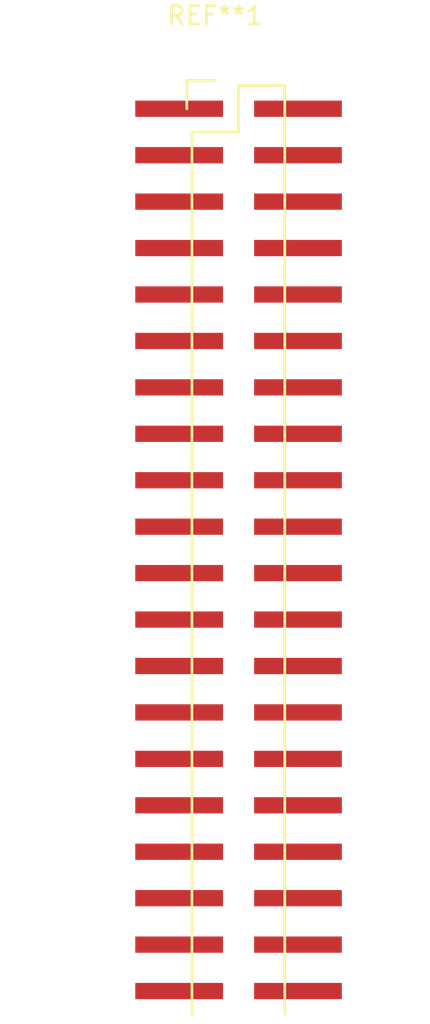
<source format=kicad_pcb>
(kicad_pcb (version 4) (host pcbnew 4.0.2-1.fc23-product)

  (general
    (links 0)
    (no_connects 0)
    (area 0 0 0 0)
    (thickness 1.6)
    (drawings 0)
    (tracks 0)
    (zones 0)
    (modules 1)
    (nets 1)
  )

  (page A4)
  (layers
    (0 F.Cu signal)
    (31 B.Cu signal)
    (32 B.Adhes user)
    (33 F.Adhes user)
    (34 B.Paste user)
    (35 F.Paste user)
    (36 B.SilkS user)
    (37 F.SilkS user)
    (38 B.Mask user)
    (39 F.Mask user)
    (40 Dwgs.User user)
    (41 Cmts.User user)
    (42 Eco1.User user)
    (43 Eco2.User user)
    (44 Edge.Cuts user)
    (45 Margin user)
    (46 B.CrtYd user)
    (47 F.CrtYd user)
    (48 B.Fab user)
    (49 F.Fab user)
  )

  (setup
    (last_trace_width 0.25)
    (trace_clearance 0.2)
    (zone_clearance 0.508)
    (zone_45_only no)
    (trace_min 0.2)
    (segment_width 0.2)
    (edge_width 0.15)
    (via_size 0.6)
    (via_drill 0.4)
    (via_min_size 0.4)
    (via_min_drill 0.3)
    (uvia_size 0.3)
    (uvia_drill 0.1)
    (uvias_allowed no)
    (uvia_min_size 0.2)
    (uvia_min_drill 0.1)
    (pcb_text_width 0.3)
    (pcb_text_size 1.5 1.5)
    (mod_edge_width 0.15)
    (mod_text_size 1 1)
    (mod_text_width 0.15)
    (pad_size 1.524 1.524)
    (pad_drill 0.762)
    (pad_to_mask_clearance 0.2)
    (aux_axis_origin 0 0)
    (visible_elements FFFFFF7F)
    (pcbplotparams
      (layerselection 0x00030_80000001)
      (usegerberextensions false)
      (excludeedgelayer true)
      (linewidth 0.150000)
      (plotframeref false)
      (viasonmask false)
      (mode 1)
      (useauxorigin false)
      (hpglpennumber 1)
      (hpglpenspeed 20)
      (hpglpendiameter 15)
      (hpglpenoverlay 2)
      (psnegative false)
      (psa4output false)
      (plotreference true)
      (plotvalue true)
      (plotinvisibletext false)
      (padsonsilk false)
      (subtractmaskfromsilk false)
      (outputformat 1)
      (mirror false)
      (drillshape 1)
      (scaleselection 1)
      (outputdirectory ""))
  )

  (net 0 "")

  (net_class Default "This is the default net class."
    (clearance 0.2)
    (trace_width 0.25)
    (via_dia 0.6)
    (via_drill 0.4)
    (uvia_dia 0.3)
    (uvia_drill 0.1)
  )

  (module headers:Pin_Header_Straight_2x20_SMD (layer F.Cu) (tedit 57732CCF) (tstamp 57764D62)
    (at 0 0)
    (descr "Through hole pin header")
    (tags "pin header")
    (fp_text reference REF**1 (at 0 -5.1) (layer F.SilkS)
      (effects (font (size 1 1) (thickness 0.15)))
    )
    (fp_text value Pin_Header_Straight_2x20_SMD (at 0 -3.1) (layer F.Fab)
      (effects (font (size 1 1) (thickness 0.15)))
    )
    (fp_line (start -1.75 -1.75) (end -1.75 50.05) (layer F.CrtYd) (width 0.05))
    (fp_line (start 4.3 -1.75) (end 4.3 50.05) (layer F.CrtYd) (width 0.05))
    (fp_line (start -1.75 -1.75) (end 4.3 -1.75) (layer F.CrtYd) (width 0.05))
    (fp_line (start -1.75 50.05) (end 4.3 50.05) (layer F.CrtYd) (width 0.05))
    (fp_line (start 3.81 49.53) (end 3.81 -1.27) (layer F.SilkS) (width 0.15))
    (fp_line (start -1.27 1.27) (end -1.27 49.53) (layer F.SilkS) (width 0.15))
    (fp_line (start 3.81 -1.27) (end 1.27 -1.27) (layer F.SilkS) (width 0.15))
    (fp_line (start 0 -1.55) (end -1.55 -1.55) (layer F.SilkS) (width 0.15))
    (fp_line (start 1.27 -1.27) (end 1.27 1.27) (layer F.SilkS) (width 0.15))
    (fp_line (start 1.27 1.27) (end -1.27 1.27) (layer F.SilkS) (width 0.15))
    (fp_line (start -1.55 -1.55) (end -1.55 0) (layer F.SilkS) (width 0.15))
    (pad 1 smd rect (at -1.9685 0) (size 4.8 0.89) (layers F.Cu F.Paste F.Mask))
    (pad 2 smd rect (at 4.5315 0) (size 4.8 0.89) (layers F.Cu F.Paste F.Mask))
    (pad 3 smd rect (at -1.9685 2.54) (size 4.8 0.89) (layers F.Cu F.Paste F.Mask))
    (pad 4 smd rect (at 4.5315 2.54) (size 4.8 0.89) (layers F.Cu F.Paste F.Mask))
    (pad 5 smd rect (at -1.9685 5.08) (size 4.8 0.89) (layers F.Cu F.Paste F.Mask))
    (pad 6 smd rect (at 4.5315 5.08) (size 4.8 0.89) (layers F.Cu F.Paste F.Mask))
    (pad 7 smd rect (at -1.9685 7.62) (size 4.8 0.89) (layers F.Cu F.Paste F.Mask))
    (pad 8 smd rect (at 4.5315 7.62) (size 4.8 0.89) (layers F.Cu F.Paste F.Mask))
    (pad 9 smd rect (at -1.9685 10.16) (size 4.8 0.89) (layers F.Cu F.Paste F.Mask))
    (pad 10 smd rect (at 4.5315 10.16) (size 4.8 0.89) (layers F.Cu F.Paste F.Mask))
    (pad 11 smd rect (at -1.9685 12.7) (size 4.8 0.89) (layers F.Cu F.Paste F.Mask))
    (pad 12 smd rect (at 4.5315 12.7) (size 4.8 0.89) (layers F.Cu F.Paste F.Mask))
    (pad 13 smd rect (at -1.9685 15.24) (size 4.8 0.89) (layers F.Cu F.Paste F.Mask))
    (pad 14 smd rect (at 4.5315 15.24) (size 4.8 0.89) (layers F.Cu F.Paste F.Mask))
    (pad 15 smd rect (at -1.9685 17.78) (size 4.8 0.89) (layers F.Cu F.Paste F.Mask))
    (pad 16 smd rect (at 4.5315 17.78) (size 4.8 0.89) (layers F.Cu F.Paste F.Mask))
    (pad 17 smd rect (at -1.9685 20.32) (size 4.8 0.89) (layers F.Cu F.Paste F.Mask))
    (pad 18 smd rect (at 4.5315 20.32) (size 4.8 0.89) (layers F.Cu F.Paste F.Mask))
    (pad 19 smd rect (at -1.9685 22.86) (size 4.8 0.89) (layers F.Cu F.Paste F.Mask))
    (pad 20 smd rect (at 4.5315 22.86) (size 4.8 0.89) (layers F.Cu F.Paste F.Mask))
    (pad 21 smd rect (at -1.9685 25.4) (size 4.8 0.89) (layers F.Cu F.Paste F.Mask))
    (pad 22 smd rect (at 4.5315 25.4) (size 4.8 0.89) (layers F.Cu F.Paste F.Mask))
    (pad 23 smd rect (at -1.9685 27.94) (size 4.8 0.89) (layers F.Cu F.Paste F.Mask))
    (pad 24 smd rect (at 4.5315 27.94) (size 4.8 0.89) (layers F.Cu F.Paste F.Mask))
    (pad 25 smd rect (at -1.9685 30.48) (size 4.8 0.89) (layers F.Cu F.Paste F.Mask))
    (pad 26 smd rect (at 4.5315 30.48) (size 4.8 0.89) (layers F.Cu F.Paste F.Mask))
    (pad 27 smd rect (at -1.9685 33.02) (size 4.8 0.89) (layers F.Cu F.Paste F.Mask))
    (pad 28 smd rect (at 4.5315 33.02) (size 4.8 0.89) (layers F.Cu F.Paste F.Mask))
    (pad 29 smd rect (at -1.9685 35.56) (size 4.8 0.89) (layers F.Cu F.Paste F.Mask))
    (pad 30 smd rect (at 4.5315 35.56) (size 4.8 0.89) (layers F.Cu F.Paste F.Mask))
    (pad 31 smd rect (at -1.9685 38.1) (size 4.8 0.89) (layers F.Cu F.Paste F.Mask))
    (pad 32 smd rect (at 4.5315 38.1) (size 4.8 0.89) (layers F.Cu F.Paste F.Mask))
    (pad 33 smd rect (at -1.9685 40.64) (size 4.8 0.89) (layers F.Cu F.Paste F.Mask))
    (pad 34 smd rect (at 4.5315 40.64) (size 4.8 0.89) (layers F.Cu F.Paste F.Mask))
    (pad 35 smd rect (at -1.9685 43.18) (size 4.8 0.89) (layers F.Cu F.Paste F.Mask))
    (pad 36 smd rect (at 4.5315 43.18) (size 4.8 0.89) (layers F.Cu F.Paste F.Mask))
    (pad 37 smd rect (at -1.9685 45.72) (size 4.8 0.89) (layers F.Cu F.Paste F.Mask))
    (pad 38 smd rect (at 4.5315 45.72) (size 4.8 0.89) (layers F.Cu F.Paste F.Mask))
    (pad 39 smd rect (at -1.9685 48.26) (size 4.8 0.89) (layers F.Cu F.Paste F.Mask))
    (pad 40 smd rect (at 4.5315 48.26) (size 4.8 0.89) (layers F.Cu F.Paste F.Mask))
    (model Pin_Headers.3dshapes/Pin_Header_Straight_2x20.wrl
      (at (xyz 0.05 -0.95 0))
      (scale (xyz 1 1 1))
      (rotate (xyz 0 0 90))
    )
  )

)

</source>
